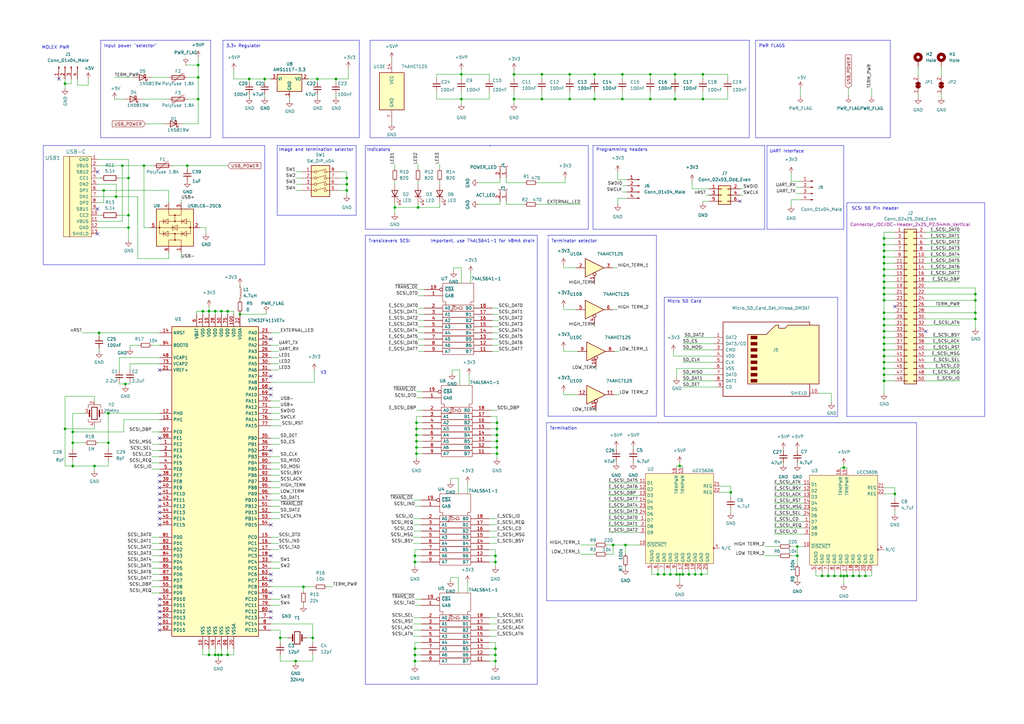
<source format=kicad_sch>
(kicad_sch
	(version 20231120)
	(generator "eeschema")
	(generator_version "8.0")
	(uuid "c4d97e29-4300-4520-9366-edbdee93f48a")
	(paper "A3")
	(title_block
		(title "BlackSASI")
		(date "2022-03-20")
		(rev "1.00")
		(company "SweProj.com")
	)
	
	(junction
		(at 243.84 40.64)
		(diameter 0)
		(color 0 0 0 0)
		(uuid "001f7033-df35-4373-8892-f5fe288a577b")
	)
	(junction
		(at 256.54 223.52)
		(diameter 0)
		(color 0 0 0 0)
		(uuid "00e1b5df-fa73-41ee-9f86-36bcd930675a")
	)
	(junction
		(at 170.18 271.145)
		(diameter 0)
		(color 0 0 0 0)
		(uuid "03e94c59-5042-4399-ab30-7231129af02e")
	)
	(junction
		(at 50.165 67.945)
		(diameter 0)
		(color 0 0 0 0)
		(uuid "187feb91-784a-4b10-9988-0312cb47e7cb")
	)
	(junction
		(at 40.64 136.525)
		(diameter 0)
		(color 0 0 0 0)
		(uuid "19e6b6fe-d437-445e-b92f-996aa4197b3f")
	)
	(junction
		(at 400.05 128.27)
		(diameter 0)
		(color 0 0 0 0)
		(uuid "1b5d7dc9-5cfd-464e-b180-00317aa95f69")
	)
	(junction
		(at 203.835 180.975)
		(diameter 0)
		(color 0 0 0 0)
		(uuid "1c4844f2-ca26-4b6a-acce-3d1920bb0e72")
	)
	(junction
		(at 362.585 100.33)
		(diameter 0)
		(color 0 0 0 0)
		(uuid "1c69dee1-ed36-4504-987d-9fd81232ae4b")
	)
	(junction
		(at 38.735 191.135)
		(diameter 0)
		(color 0 0 0 0)
		(uuid "20eba151-a9b0-47d5-b959-86ab23c14c41")
	)
	(junction
		(at 362.585 148.59)
		(diameter 0)
		(color 0 0 0 0)
		(uuid "2d0de9fb-d263-40a3-a4b8-534699f8dc00")
	)
	(junction
		(at 170.18 268.605)
		(diameter 0)
		(color 0 0 0 0)
		(uuid "2d969b0a-6800-41e3-9f8e-e411603c9b39")
	)
	(junction
		(at 278.765 235.585)
		(diameter 0)
		(color 0 0 0 0)
		(uuid "2da975d4-e343-4a15-b306-b792e8ef0bc5")
	)
	(junction
		(at 400.05 123.19)
		(diameter 0)
		(color 0 0 0 0)
		(uuid "2e56912e-16d0-4e5f-87ba-0f703dfaa920")
	)
	(junction
		(at 288.29 30.48)
		(diameter 0)
		(color 0 0 0 0)
		(uuid "2e5858a1-1c8b-439c-a8bf-7337dab74d4c")
	)
	(junction
		(at 83.185 127.635)
		(diameter 0)
		(color 0 0 0 0)
		(uuid "2f8e7466-929f-4db2-a6d9-9b9bcfa49a4b")
	)
	(junction
		(at 203.835 178.435)
		(diameter 0)
		(color 0 0 0 0)
		(uuid "308a1136-f747-4aba-95ac-176109f144ad")
	)
	(junction
		(at 362.585 135.89)
		(diameter 0)
		(color 0 0 0 0)
		(uuid "31545c31-1411-4502-a4bd-72118e527e5d")
	)
	(junction
		(at 26.67 34.29)
		(diameter 0)
		(color 0 0 0 0)
		(uuid "32c6b611-a1f1-4ef6-b715-dc84841a662e")
	)
	(junction
		(at 88.265 268.605)
		(diameter 0)
		(color 0 0 0 0)
		(uuid "3548ff4d-f8a5-4204-9fb0-d451a98bab1f")
	)
	(junction
		(at 362.585 133.35)
		(diameter 0)
		(color 0 0 0 0)
		(uuid "36e8430f-296c-401d-840d-d587ff561db5")
	)
	(junction
		(at 362.585 128.27)
		(diameter 0)
		(color 0 0 0 0)
		(uuid "38d9d508-28f7-4f62-a362-c4d1b141a768")
	)
	(junction
		(at 114.935 261.62)
		(diameter 0)
		(color 0 0 0 0)
		(uuid "3bf04610-7106-46c5-a128-70d07dd26e16")
	)
	(junction
		(at 362.585 151.13)
		(diameter 0)
		(color 0 0 0 0)
		(uuid "3e5d48f5-435e-42d1-ab23-e56f92a77133")
	)
	(junction
		(at 222.25 40.64)
		(diameter 0)
		(color 0 0 0 0)
		(uuid "40853290-56f0-4511-9992-f63a853aece2")
	)
	(junction
		(at 255.27 40.64)
		(diameter 0)
		(color 0 0 0 0)
		(uuid "409cba5a-1b66-4682-831c-d780a98ad593")
	)
	(junction
		(at 203.2 230.505)
		(diameter 0)
		(color 0 0 0 0)
		(uuid "42c167fb-869d-48dd-b05f-b577934378a4")
	)
	(junction
		(at 354.965 236.22)
		(diameter 0)
		(color 0 0 0 0)
		(uuid "44ff3cc5-6fd5-4ae2-b093-8209d0992af8")
	)
	(junction
		(at 362.585 143.51)
		(diameter 0)
		(color 0 0 0 0)
		(uuid "45708189-6cf6-4828-a1a1-fe879b822edb")
	)
	(junction
		(at 161.925 85.09)
		(diameter 0)
		(color 0 0 0 0)
		(uuid "477d7677-9d1e-4a5b-8190-a872bb7fdf4f")
	)
	(junction
		(at 342.265 236.22)
		(diameter 0)
		(color 0 0 0 0)
		(uuid "47ecdfbb-3190-4908-a143-6fd72a71136a")
	)
	(junction
		(at 233.68 30.48)
		(diameter 0)
		(color 0 0 0 0)
		(uuid "4fb208b4-38ed-4b49-b658-e5e79ff8124c")
	)
	(junction
		(at 170.815 183.515)
		(diameter 0)
		(color 0 0 0 0)
		(uuid "52ceff6b-623f-4549-b5ee-93e84cd99982")
	)
	(junction
		(at 278.765 191.135)
		(diameter 0)
		(color 0 0 0 0)
		(uuid "53570ddf-5ce6-4769-b8ec-534b730d8447")
	)
	(junction
		(at 347.345 236.22)
		(diameter 0)
		(color 0 0 0 0)
		(uuid "55c467d0-300f-4b0a-8508-ef948cd2b9ae")
	)
	(junction
		(at 362.585 123.19)
		(diameter 0)
		(color 0 0 0 0)
		(uuid "5639c275-fdd6-456c-b900-9ae20aa01a2c")
	)
	(junction
		(at 203.2 266.065)
		(diameter 0)
		(color 0 0 0 0)
		(uuid "566774ee-88e3-4a6f-8b35-70a904dbb055")
	)
	(junction
		(at 170.18 227.965)
		(diameter 0)
		(color 0 0 0 0)
		(uuid "5a1ac72e-c554-49ef-90cb-127e03620b7b")
	)
	(junction
		(at 44.45 169.545)
		(diameter 0)
		(color 0 0 0 0)
		(uuid "5d108873-1f71-4242-afd4-2ca74761375d")
	)
	(junction
		(at 52.705 73.025)
		(diameter 0)
		(color 0 0 0 0)
		(uuid "5dcae560-31e9-42b5-a382-de7f205c5e73")
	)
	(junction
		(at 243.84 30.48)
		(diameter 0)
		(color 0 0 0 0)
		(uuid "5ed6ec94-a7d8-4815-b83a-48b981f3fad4")
	)
	(junction
		(at 29.845 177.165)
		(diameter 0)
		(color 0 0 0 0)
		(uuid "6095e6c3-33af-45b7-8c60-a9823a4fc171")
	)
	(junction
		(at 130.175 32.385)
		(diameter 0)
		(color 0 0 0 0)
		(uuid "61f500ac-4797-4177-8b2e-a54a84120620")
	)
	(junction
		(at 44.45 181.61)
		(diameter 0)
		(color 0 0 0 0)
		(uuid "685c0694-c48c-409f-b9e1-da2e29cb1d94")
	)
	(junction
		(at 327.025 227.965)
		(diameter 0)
		(color 0 0 0 0)
		(uuid "6a5c5248-043e-40e2-9f4b-4e962e41e0dd")
	)
	(junction
		(at 52.705 93.345)
		(diameter 0)
		(color 0 0 0 0)
		(uuid "6affca1b-7214-425b-8e68-3f73d95908fc")
	)
	(junction
		(at 400.05 120.65)
		(diameter 0)
		(color 0 0 0 0)
		(uuid "6dc5c987-e66b-420e-8b13-a723c76a94b2")
	)
	(junction
		(at 85.725 127.635)
		(diameter 0)
		(color 0 0 0 0)
		(uuid "6dd42b34-ed05-4bd4-950a-05c7eefc567f")
	)
	(junction
		(at 362.585 146.05)
		(diameter 0)
		(color 0 0 0 0)
		(uuid "720717f4-339a-4150-b330-09fd40bb07fc")
	)
	(junction
		(at 108.585 32.385)
		(diameter 0)
		(color 0 0 0 0)
		(uuid "7257f7a3-8ece-4e27-a43c-b850f979b198")
	)
	(junction
		(at 255.27 30.48)
		(diameter 0)
		(color 0 0 0 0)
		(uuid "7300131c-ba3e-45bb-9aee-7ea5e6e38c74")
	)
	(junction
		(at 327.025 224.155)
		(diameter 0)
		(color 0 0 0 0)
		(uuid "76541732-d722-4f3b-8d25-a0fc2c05203f")
	)
	(junction
		(at 362.585 113.03)
		(diameter 0)
		(color 0 0 0 0)
		(uuid "76a8edde-eadd-410b-aeb4-7991cba5a237")
	)
	(junction
		(at 299.72 201.93)
		(diameter 0)
		(color 0 0 0 0)
		(uuid "76fa555d-328d-459a-a37a-951d50f91cdb")
	)
	(junction
		(at 346.075 191.77)
		(diameter 0)
		(color 0 0 0 0)
		(uuid "77807873-8299-4424-afd6-5ef0b37cb335")
	)
	(junction
		(at 203.835 175.895)
		(diameter 0)
		(color 0 0 0 0)
		(uuid "7796c738-9ffd-4552-b67d-92c4affa2dde")
	)
	(junction
		(at 189.23 40.64)
		(diameter 0)
		(color 0 0 0 0)
		(uuid "783bf3c5-f812-4647-bd92-bb58af54ab52")
	)
	(junction
		(at 203.2 271.145)
		(diameter 0)
		(color 0 0 0 0)
		(uuid "79f66b80-628c-4a8e-8d7c-a923b866cdc7")
	)
	(junction
		(at 203.835 186.055)
		(diameter 0)
		(color 0 0 0 0)
		(uuid "7a42237b-a99f-460e-b663-9f6b4afedf90")
	)
	(junction
		(at 88.265 127.635)
		(diameter 0)
		(color 0 0 0 0)
		(uuid "7cc0e3fe-7a5e-497a-80ea-fcb86e6d12e2")
	)
	(junction
		(at 269.875 235.585)
		(diameter 0)
		(color 0 0 0 0)
		(uuid "80747ba7-af56-4bf3-be02-816ec45776f7")
	)
	(junction
		(at 189.23 30.48)
		(diameter 0)
		(color 0 0 0 0)
		(uuid "81fa19ab-01af-43e7-9ba0-2b5dc6cc058b")
	)
	(junction
		(at 274.955 235.585)
		(diameter 0)
		(color 0 0 0 0)
		(uuid "82989534-95a7-4706-b132-1e04606a8d8d")
	)
	(junction
		(at 362.585 115.57)
		(diameter 0)
		(color 0 0 0 0)
		(uuid "82b4abd0-6051-4ea0-a591-f949e19388d1")
	)
	(junction
		(at 85.725 268.605)
		(diameter 0)
		(color 0 0 0 0)
		(uuid "872d8c1c-5eba-4462-81a9-1d7a34a9eabe")
	)
	(junction
		(at 282.575 235.585)
		(diameter 0)
		(color 0 0 0 0)
		(uuid "883c6da6-7640-4314-ac13-5d9d3f25a282")
	)
	(junction
		(at 362.585 138.43)
		(diameter 0)
		(color 0 0 0 0)
		(uuid "886cdf94-08ba-4e1f-8da0-d95b9f653a8b")
	)
	(junction
		(at 362.585 140.97)
		(diameter 0)
		(color 0 0 0 0)
		(uuid "8987f8b8-e9a9-4cde-8fe5-e3fab146b2a6")
	)
	(junction
		(at 203.2 227.965)
		(diameter 0)
		(color 0 0 0 0)
		(uuid "8f399f50-80e4-4de8-a083-f04a1de7a253")
	)
	(junction
		(at 362.585 156.21)
		(diameter 0)
		(color 0 0 0 0)
		(uuid "8fc84969-be80-474c-a0d4-707c4c0cc724")
	)
	(junction
		(at 170.815 178.435)
		(diameter 0)
		(color 0 0 0 0)
		(uuid "93140cc1-f8ed-44ae-80ac-85241b3056df")
	)
	(junction
		(at 203.835 173.355)
		(diameter 0)
		(color 0 0 0 0)
		(uuid "9320d367-a283-4bce-8ba2-4391ad23aee7")
	)
	(junction
		(at 90.805 127.635)
		(diameter 0)
		(color 0 0 0 0)
		(uuid "949a8cd3-b170-41cd-9cc9-981f7a74a1d7")
	)
	(junction
		(at 367.03 202.565)
		(diameter 0)
		(color 0 0 0 0)
		(uuid "95a65168-9b0e-449f-b805-e3f225b938f0")
	)
	(junction
		(at 170.815 180.975)
		(diameter 0)
		(color 0 0 0 0)
		(uuid "9827434f-26a1-4aae-b779-e35915e6cb26")
	)
	(junction
		(at 124.46 240.665)
		(diameter 0)
		(color 0 0 0 0)
		(uuid "9832eb3e-8666-42b0-969a-0e76174e1989")
	)
	(junction
		(at 251.46 223.52)
		(diameter 0)
		(color 0 0 0 0)
		(uuid "98384c9f-d77c-4eb3-a7cf-f76e356a62d1")
	)
	(junction
		(at 277.495 235.585)
		(diameter 0)
		(color 0 0 0 0)
		(uuid "9ae2b1c7-d458-4066-b406-094eaf23b2ba")
	)
	(junction
		(at 362.585 105.41)
		(diameter 0)
		(color 0 0 0 0)
		(uuid "9f9bd548-777a-406d-8c65-9efee286b26c")
	)
	(junction
		(at 362.585 118.11)
		(diameter 0)
		(color 0 0 0 0)
		(uuid "a0975632-1b21-4b38-81f8-f1f2680f6fed")
	)
	(junction
		(at 89.535 268.605)
		(diameter 0)
		(color 0 0 0 0)
		(uuid "a8d71f45-0110-4b7a-b05e-0e16aadcabe6")
	)
	(junction
		(at 171.45 85.09)
		(diameter 0)
		(color 0 0 0 0)
		(uuid "abe8d828-e71c-46db-8605-768c57f8434f")
	)
	(junction
		(at 170.815 175.895)
		(diameter 0)
		(color 0 0 0 0)
		(uuid "af5a5ea0-12bc-45c6-964a-cd8d4200a9ca")
	)
	(junction
		(at 52.705 88.265)
		(diameter 0)
		(color 0 0 0 0)
		(uuid "af68c406-ceec-4ea4-812b-5cfaaffe59c6")
	)
	(junction
		(at 222.25 30.48)
		(diameter 0)
		(color 0 0 0 0)
		(uuid "b2521a1c-58d0-42a0-be5f-34984a560bd8")
	)
	(junction
		(at 400.05 130.81)
		(diameter 0)
		(color 0 0 0 0)
		(uuid "b278c6f4-5009-48d4-af08-74b28d07711f")
	)
	(junction
		(at 346.075 236.22)
		(diameter 0)
		(color 0 0 0 0)
		(uuid "b46b45e2-2ffd-479d-833b-0014719ddddb")
	)
	(junction
		(at 98.425 128.905)
		(diameter 0)
		(color 0 0 0 0)
		(uuid "b470a752-9dc2-4e2c-9892-c498aa40f59a")
	)
	(junction
		(at 42.545 78.105)
		(diameter 0)
		(color 0 0 0 0)
		(uuid "b5921d30-5395-47c8-b627-9dfb0b5627e3")
	)
	(junction
		(at 362.585 153.67)
		(diameter 0)
		(color 0 0 0 0)
		(uuid "b74e1229-693d-4376-98c6-46772cb16ac8")
	)
	(junction
		(at 362.585 110.49)
		(diameter 0)
		(color 0 0 0 0)
		(uuid "b7d6fe90-98b9-4699-8c47-5d01b930d65a")
	)
	(junction
		(at 362.585 107.95)
		(diameter 0)
		(color 0 0 0 0)
		(uuid "b7eb0e3a-bbfc-4294-8595-dde8ca6c0ca7")
	)
	(junction
		(at 344.805 236.22)
		(diameter 0)
		(color 0 0 0 0)
		(uuid "b8ba7538-0161-4a13-9463-3fb7fd930071")
	)
	(junction
		(at 210.82 30.48)
		(diameter 0)
		(color 0 0 0 0)
		(uuid "b928da43-5e3b-4e65-815c-70d433e56206")
	)
	(junction
		(at 170.18 230.505)
		(diameter 0)
		(color 0 0 0 0)
		(uuid "bafaf2e8-96b9-41c0-bed7-5111cec0d59f")
	)
	(junction
		(at 142.24 75.565)
		(diameter 0)
		(color 0 0 0 0)
		(uuid "bbb96b4d-2a93-4d46-8ecc-3ac6ccbd5148")
	)
	(junction
		(at 137.795 32.385)
		(diameter 0)
		(color 0 0 0 0)
		(uuid "bc3c9b71-1bb4-4105-bfd1-8a24188957d5")
	)
	(junction
		(at 276.86 30.48)
		(diameter 0)
		(color 0 0 0 0)
		(uuid "be02b28d-7f7d-4178-8ba2-ba5bdc81e5dc")
	)
	(junction
		(at 233.68 40.64)
		(diameter 0)
		(color 0 0 0 0)
		(uuid "be3b6551-80db-4baf-9fa3-8b231e1eef52")
	)
	(junction
		(at 90.805 268.605)
		(diameter 0)
		(color 0 0 0 0)
		(uuid "bf2be611-c3fa-4e3b-ad38-8a93bdc82023")
	)
	(junction
		(at 170.815 173.355)
		(diameter 0)
		(color 0 0 0 0)
		(uuid "c2755ea2-6ca6-485a-bcfc-f0e3f079e5f7")
	)
	(junction
		(at 362.585 130.81)
		(diameter 0)
		(color 0 0 0 0)
		(uuid "c2d7b71c-39f0-4beb-9225-8f0b5672e878")
	)
	(junction
		(at 81.28 40.64)
		(diameter 0)
		(color 0 0 0 0)
		(uuid "c5282137-515e-4266-84de-39add2ddec0e")
	)
	(junction
		(at 362.585 102.87)
		(diameter 0)
		(color 0 0 0 0)
		(uuid "c5390552-39ea-4a79-8d9a-cd6028d15183")
	)
	(junction
		(at 29.845 191.135)
		(diameter 0)
		(color 0 0 0 0)
		(uuid "c6468651-dd30-4e9f-8cfe-44958b9b778c")
	)
	(junction
		(at 349.885 236.22)
		(diameter 0)
		(color 0 0 0 0)
		(uuid "c74adcf2-e6d8-4d58-9270-da508bcce569")
	)
	(junction
		(at 272.415 235.585)
		(diameter 0)
		(color 0 0 0 0)
		(uuid "d137c24a-659b-47e6-afb0-939c3e934de4")
	)
	(junction
		(at 170.815 186.055)
		(diameter 0)
		(color 0 0 0 0)
		(uuid "d50f0759-e6e2-4af9-ae68-718305af4c72")
	)
	(junction
		(at 362.585 120.65)
		(diameter 0)
		(color 0 0 0 0)
		(uuid "d5a92d89-aa92-4096-a176-707b299f359c")
	)
	(junction
		(at 26.67 175.895)
		(diameter 0)
		(color 0 0 0 0)
		(uuid "d6371195-a98c-4851-98f2-131ee8feffde")
	)
	(junction
		(at 210.82 40.64)
		(diameter 0)
		(color 0 0 0 0)
		(uuid "da6316c0-e699-4e23-b0e4-b1d5eba3a4e2")
	)
	(junction
		(at 203.835 183.515)
		(diameter 0)
		(color 0 0 0 0)
		(uuid "db8bec98-e454-459b-bf3b-aa9c2b706999")
	)
	(junction
		(at 339.725 236.22)
		(diameter 0)
		(color 0 0 0 0)
		(uuid "dc2ca78e-43c1-4511-9ca9-52382244f319")
	)
	(junction
		(at 352.425 236.22)
		(diameter 0)
		(color 0 0 0 0)
		(uuid "dc7f3e1f-74f6-42fd-9aae-31b76536bf41")
	)
	(junction
		(at 337.185 236.22)
		(diameter 0)
		(color 0 0 0 0)
		(uuid "dd1a0c60-7f5f-4f67-a445-52f3400aee38")
	)
	(junction
		(at 47.625 80.645)
		(diameter 0)
		(color 0 0 0 0)
		(uuid "ddce59da-a6c2-42cd-95c6-6052c7a421dc")
	)
	(junction
		(at 29.845 181.61)
		(diameter 0)
		(color 0 0 0 0)
		(uuid "de60ff0e-71ab-4d6b-a0b2-5e0037edff59")
	)
	(junction
		(at 102.235 32.385)
		(diameter 0)
		(color 0 0 0 0)
		(uuid "de74d78d-f7bb-4720-9397-f8948e2f5bd7")
	)
	(junction
		(at 276.86 40.64)
		(diameter 0)
		(color 0 0 0 0)
		(uuid "dfc49f43-995a-407e-a46d-fbec24f61e8d")
	)
	(junction
		(at 76.835 67.945)
		(diameter 0)
		(color 0 0 0 0)
		(uuid "e07d866e-06c2-4e8b-8de1-f7d61b91b336")
	)
	(junction
		(at 51.435 157.48)
		(diameter 0)
		(color 0 0 0 0)
		(uuid "e18270aa-8d4b-43f6-8f7f-0ea1ffdcd0ac")
	)
	(junction
		(at 59.055 67.945)
		(diameter 0)
		(color 0 0 0 0)
		(uuid "e5e87b25-f171-4256-9eb7-c35f51c8b665")
	)
	(junction
		(at 121.285 271.145)
		(diameter 0)
		(color 0 0 0 0)
		(uuid "e759a7fe-da07-4c9a-ab45-c05b98f6bd19")
	)
	(junction
		(at 288.29 40.64)
		(diameter 0)
		(color 0 0 0 0)
		(uuid "e8ba5849-749d-4e0a-968c-fd80f9b36113")
	)
	(junction
		(at 142.24 73.025)
		(diameter 0)
		(color 0 0 0 0)
		(uuid "ebaf0258-8844-46c1-b9fa-e2bdc09ba718")
	)
	(junction
		(at 142.24 78.105)
		(diameter 0)
		(color 0 0 0 0)
		(uuid "ee7ac5bf-e3f9-438b-a11e-7e33a9325406")
	)
	(junction
		(at 81.28 26.67)
		(diameter 0)
		(color 0 0 0 0)
		(uuid "f0660155-3837-4c65-ae15-6eb7a56dae44")
	)
	(junction
		(at 93.345 268.605)
		(diameter 0)
		(color 0 0 0 0)
		(uuid "f507d3d0-7b83-4dcf-bbd6-1eafa1641982")
	)
	(junction
		(at 93.345 127.635)
		(diameter 0)
		(color 0 0 0 0)
		(uuid "f70e3f3f-dfc5-4fa0-b7dc-90a4bee7b70d")
	)
	(junction
		(at 266.7 40.64)
		(diameter 0)
		(color 0 0 0 0)
		(uuid "f76c8050-2707-476f-b36e-6a0cd6119e1c")
	)
	(junction
		(at 266.7 30.48)
		(diameter 0)
		(color 0 0 0 0)
		(uuid "f7fa3149-429f-4628-a90d-d54d4e1cdd50")
	)
	(junction
		(at 170.18 266.065)
		(diameter 0)
		(color 0 0 0 0)
		(uuid "f856a9ed-06f6-406c-a051-6a6dc5fd3706")
	)
	(junction
		(at 362.585 97.79)
		(diameter 0)
		(color 0 0 0 0)
		(uuid "f94d7499-7294-47e8-9a6e-afebf2e0d1a1")
	)
	(junction
		(at 81.28 31.75)
		(diameter 0)
		(color 0 0 0 0)
		(uuid "fb348661-8622-4f74-b5c5-e07db16a2735")
	)
	(junction
		(at 287.655 235.585)
		(diameter 0)
		(color 0 0 0 0)
		(uuid "fc8d5d90-a72d-4cf6-9b25-dc3096aefc32")
	)
	(junction
		(at 280.035 235.585)
		(diameter 0)
		(color 0 0 0 0)
		(uuid "fcee0107-d1b5-4cef-805c-cbbeb367fedd")
	)
	(junction
		(at 128.27 261.62)
		(diameter 0)
		(color 0 0 0 0)
		(uuid "fd50ec7e-592f-4ebf-96df-67edd5fc448b")
	)
	(junction
		(at 203.2 268.605)
		(diameter 0)
		(color 0 0 0 0)
		(uuid "fd8619d7-bc15-47ac-aa39-1afd18fa21d9")
	)
	(junction
		(at 285.115 235.585)
		(diameter 0)
		(color 0 0 0 0)
		(uuid "fe40b140-71be-4894-a6e3-2e3333f7a818")
	)
	(no_connect
		(at 111.125 253.365)
		(uuid "08a02abf-06df-42af-aa34-ba13d2dea005")
	)
	(no_connect
		(at 111.125 238.125)
		(uuid "0a43c551-dbfe-43ff-a241-076a8ca91cef")
	)
	(no_connect
		(at 111.125 227.965)
		(uuid "0a62cbae-1c9f-48cd-8d93-d9df88b13243")
	)
	(no_connect
		(at 65.405 253.365)
		(uuid "0e546bcc-9681-4691-9c72-4496bc622d67")
	)
	(no_connect
		(at 303.53 82.55)
		(uuid "0ff232e9-6aba-4c6d-a5f6-0b3d26257d35")
	)
	(no_connect
		(at 65.405 151.765)
		(uuid "1dc37920-78ce-42dc-b8b2-d3c90b811d84")
	)
	(no_connect
		(at 65.405 205.105)
		(uuid "2bfc3999-ae73-47fc-aff0-72f4d50d19e8")
	)
	(no_connect
		(at 65.405 255.905)
		(uuid "422ce139-0e0e-40b1-b064-2ca2d20ff386")
	)
	(no_connect
		(at 111.125 154.305)
		(uuid "580b2978-8940-4f63-a13e-248d6928a0d9")
	)
	(no_connect
		(at 65.405 250.825)
		(uuid "5e102930-72dd-435b-a54c-86fb25971139")
	)
	(no_connect
		(at 111.125 215.265)
		(uuid "62fa40df-6d7a-4e42-865c-d096f7c82f70")
	)
	(no_connect
		(at 111.125 243.205)
		(uuid "6c4cc4a1-08f5-4b5b-a135-7bf713b104d8")
	)
	(no_connect
		(at 65.405 194.945)
		(uuid "6d5f86fa-3f67-4c51-9cb1-d497c3f206cb")
	)
	(no_connect
		(at 111.125 250.825)
		(uuid "6d9f6563-b395-49b4-90ea-ded5f84aeba3")
	)
	(no_connect
		(at 65.405 215.265)
		(uuid "6e3a2635-1003-4575-bf5e-8caf80c668c0")
	)
	(no_connect
		(at 40.005 70.485)
		(uuid "79ef4bc5-551e-4449-8656-30000c51237b")
	)
	(no_connect
		(at 111.125 235.585)
		(uuid "7dbb3959-ac86-4aa8-b7c5-c52b9d14f614")
	)
	(no_connect
		(at 379.73 135.89)
		(uuid "8587fdad-ef15-4da2-87f0-0ca0c2a896d7")
	)
	(no_connect
		(at 65.405 200.025)
		(uuid "86f8149d-10e3-4723-98b8-5f7829f6b611")
	)
	(no_connect
		(at 65.405 197.485)
		(uuid "987647d8-d104-4d42-a0af-8c44a350066c")
	)
	(no_connect
		(at 65.405 245.745)
		(uuid "992557e4-e8ca-4faf-89e3-c4933f7e724b")
	)
	(no_connect
		(at 111.125 184.785)
		(uuid "a32010b5-ad76-441e-91c4-e41e9f21be41")
	)
	(no_connect
		(at 65.405 248.285)
		(uuid "ac8c8244-b4ca-45d6-96c4-38d707f1b6fc")
	)
	(no_connect
		(at 111.125 159.385)
		(uuid "b2c1399b-afc9-4226-975a-d8ebf5e268a3")
	)
	(no_connect
		(at 65.405 258.445)
		(uuid "b35e5c7e-3a34-4064-bf81-a931bdbda3ad")
	)
	(no_connect
		(at 111.125 161.925)
		(uuid "bedd5cce-9524-40aa-b156-aa5a5a468593")
	)
	(no_connect
		(at 40.005 95.885)
		(uuid "bfdc7b86-ec99-40af-b64f-9e678ee1ad49")
	)
	(no_connect
		(at 65.405 202.565)
		(uuid "cd81ab56-7d10-484d-ab07-8a09229721ab")
	)
	(no_connect
		(at 40.005 85.725)
		(uuid "d1f49220-ee68-4d6c-8e05-d5dcdde26e38")
	)
	(no_connect
		(at 111.125 139.065)
		(uuid "d2f3a464-7d16-4235-a981-b294fc1f7ce3")
	)
	(no_connect
		(at 65.405 207.645)
		(uuid "d9c5c2a6-a368-4964-9f44-eee473480b9f")
	)
	(no_connect
		(at 367.03 125.73)
		(uuid "da8ee858-3d50-4ee8-899b-82c917ea595a")
	)
	(no_connect
		(at 65.405 210.185)
		(uuid "e0ddde18-63e4-4b29-b598-2031eabae133")
	)
	(no_connect
		(at 65.405 212.725)
		(uuid "ebb117fc-7e72-48fb-bc46-e141a27228fa")
	)
	(no_connect
		(at 24.13 32.385)
		(uuid "ec9fb9d6-f906-48e6-887e-78edb3140908")
	)
	(no_connect
		(at 65.405 179.705)
		(uuid "f356a60e-7a8d-4e45-a402-0850260ff0ee")
	)
	(wire
		(pts
			(xy 179.07 30.48) (xy 179.07 32.385)
		)
		(stroke
			(width 0)
			(type default)
		)
		(uuid "00e2af4c-6709-4814-9145-95f68d8adb52")
	)
	(wire
		(pts
			(xy 362.585 105.41) (xy 367.03 105.41)
		)
		(stroke
			(width 0)
			(type default)
		)
		(uuid "017653c0-bf30-4619-99dc-ad384eeb6a59")
	)
	(wire
		(pts
			(xy 233.68 30.48) (xy 233.68 32.385)
		)
		(stroke
			(width 0)
			(type default)
		)
		(uuid "018e76a5-2210-4e35-823f-18adc23432df")
	)
	(wire
		(pts
			(xy 267.335 233.68) (xy 267.335 235.585)
		)
		(stroke
			(width 0)
			(type default)
		)
		(uuid "01f7c357-ae1d-491b-9879-e29c71a3436f")
	)
	(wire
		(pts
			(xy 362.585 146.05) (xy 362.585 148.59)
		)
		(stroke
			(width 0)
			(type default)
		)
		(uuid "02372aac-f316-4ef1-9197-7eea48c6d465")
	)
	(wire
		(pts
			(xy 111.125 220.345) (xy 114.3 220.345)
		)
		(stroke
			(width 0)
			(type default)
		)
		(uuid "02ceac0d-3e9e-416e-a05c-6cdef38dfa23")
	)
	(polyline
		(pts
			(xy 224.155 246.38) (xy 224.155 173.355)
		)
		(stroke
			(width 0)
			(type default)
		)
		(uuid "02d24662-781b-4552-b6fa-f43b24b94702")
	)
	(wire
		(pts
			(xy 362.585 102.87) (xy 362.585 105.41)
		)
		(stroke
			(width 0)
			(type default)
		)
		(uuid "03a6e710-e978-4cd1-8bad-d74c0acbe0ba")
	)
	(wire
		(pts
			(xy 53.34 142.875) (xy 53.34 141.605)
		)
		(stroke
			(width 0)
			(type default)
		)
		(uuid "03d3d650-4f6a-4100-be49-7b3e4ecd19d6")
	)
	(wire
		(pts
			(xy 89.535 268.605) (xy 90.805 268.605)
		)
		(stroke
			(width 0)
			(type default)
		)
		(uuid "04030806-f1e1-4149-ad4f-95873c6a667e")
	)
	(wire
		(pts
			(xy 362.585 146.05) (xy 367.03 146.05)
		)
		(stroke
			(width 0)
			(type default)
		)
		(uuid "0415dd77-d192-4b0c-acf7-68821ac4a3ef")
	)
	(wire
		(pts
			(xy 44.45 189.23) (xy 44.45 191.135)
		)
		(stroke
			(width 0)
			(type default)
		)
		(uuid "04dab952-2201-457e-8937-b2ce027e0d16")
	)
	(wire
		(pts
			(xy 249.555 215.9) (xy 262.255 215.9)
		)
		(stroke
			(width 0)
			(type default)
		)
		(uuid "04f3d18e-1693-4d01-a603-2f91c3f117ae")
	)
	(polyline
		(pts
			(xy 17.78 59.69) (xy 17.78 108.585)
		)
		(stroke
			(width 0)
			(type default)
		)
		(uuid "05bbac58-7c7c-4730-b685-2c654788eea4")
	)
	(wire
		(pts
			(xy 128.27 271.145) (xy 128.27 268.605)
		)
		(stroke
			(width 0)
			(type default)
		)
		(uuid "06082504-9577-44b1-9135-4a14f417ed63")
	)
	(wire
		(pts
			(xy 203.835 170.815) (xy 203.835 173.355)
		)
		(stroke
			(width 0)
			(type default)
		)
		(uuid "062e487c-34fd-427d-b762-3e27013564dd")
	)
	(wire
		(pts
			(xy 249.555 198.12) (xy 262.255 198.12)
		)
		(stroke
			(width 0)
			(type default)
		)
		(uuid "0643e8bb-397e-4cf2-9760-e466f8ed5e6f")
	)
	(wire
		(pts
			(xy 111.125 141.605) (xy 114.3 141.605)
		)
		(stroke
			(width 0)
			(type default)
		)
		(uuid "06afcd14-9829-4976-9807-b8f8e2fd0bd6")
	)
	(wire
		(pts
			(xy 46.99 40.64) (xy 50.8 40.64)
		)
		(stroke
			(width 0)
			(type default)
		)
		(uuid "080cf07c-3ae2-4839-88ac-7180e2d29ed4")
	)
	(polyline
		(pts
			(xy 86.36 16.51) (xy 86.36 56.515)
		)
		(stroke
			(width 0)
			(type default)
		)
		(uuid "085afd9a-ec75-457b-be29-980c9da43d8d")
	)
	(wire
		(pts
			(xy 52.705 65.405) (xy 52.705 73.025)
		)
		(stroke
			(width 0)
			(type default)
		)
		(uuid "08a7d256-20bb-4f6a-97ee-f64eb7fa4677")
	)
	(wire
		(pts
			(xy 111.125 248.285) (xy 114.935 248.285)
		)
		(stroke
			(width 0)
			(type default)
		)
		(uuid "09072105-8913-48c7-9adc-3996bfa91f69")
	)
	(wire
		(pts
			(xy 170.18 230.505) (xy 172.72 230.505)
		)
		(stroke
			(width 0)
			(type default)
		)
		(uuid "092456b3-1805-430f-aedd-ea98e5a49285")
	)
	(wire
		(pts
			(xy 367.03 202.565) (xy 367.03 204.47)
		)
		(stroke
			(width 0)
			(type default)
		)
		(uuid "093c1953-e17e-472e-b31d-18568b33569c")
	)
	(wire
		(pts
			(xy 65.405 225.425) (xy 62.23 225.425)
		)
		(stroke
			(width 0)
			(type default)
		)
		(uuid "094da4f3-b6e5-41c9-a7d2-9270796c3003")
	)
	(wire
		(pts
			(xy 65.405 177.165) (xy 62.23 177.165)
		)
		(stroke
			(width 0)
			(type default)
		)
		(uuid "098288de-513d-4718-875d-b2a2cd0fc903")
	)
	(wire
		(pts
			(xy 203.835 186.055) (xy 203.835 187.96)
		)
		(stroke
			(width 0)
			(type default)
		)
		(uuid "09df4ef8-a32a-4aa5-bdb3-07858551254a")
	)
	(wire
		(pts
			(xy 244.475 168.275) (xy 244.475 168.91)
		)
		(stroke
			(width 0)
			(type default)
		)
		(uuid "0a1ec4c8-d18d-4593-8c74-6f3423cf5a6d")
	)
	(wire
		(pts
			(xy 201.93 128.905) (xy 204.47 128.905)
		)
		(stroke
			(width 0)
			(type default)
		)
		(uuid "0b161b11-5ceb-446f-91dc-36e19587dbcd")
	)
	(wire
		(pts
			(xy 170.18 207.645) (xy 172.72 207.645)
		)
		(stroke
			(width 0)
			(type default)
		)
		(uuid "0ba08930-b3e6-429d-bfd6-fb77c9139c12")
	)
	(wire
		(pts
			(xy 111.125 194.945) (xy 114.935 194.945)
		)
		(stroke
			(width 0)
			(type default)
		)
		(uuid "0bec1e8e-0e2c-4974-9ead-912fcf9fac98")
	)
	(wire
		(pts
			(xy 170.815 180.975) (xy 170.815 183.515)
		)
		(stroke
			(width 0)
			(type default)
		)
		(uuid "0c2efa81-b310-4c00-b7fe-f9d5d8ff8059")
	)
	(wire
		(pts
			(xy 321.31 189.865) (xy 321.31 190.5)
		)
		(stroke
			(width 0)
			(type default)
		)
		(uuid "0c49916e-5aab-4342-94ce-563438e7f35a")
	)
	(wire
		(pts
			(xy 62.23 240.665) (xy 65.405 240.665)
		)
		(stroke
			(width 0)
			(type default)
		)
		(uuid "0c6ddf4e-a774-4759-87c5-16aae7528735")
	)
	(wire
		(pts
			(xy 362.585 95.25) (xy 367.03 95.25)
		)
		(stroke
			(width 0)
			(type default)
		)
		(uuid "0d124c86-01ee-47c9-aa2b-f7b4d9ee87bc")
	)
	(wire
		(pts
			(xy 89.535 268.605) (xy 89.535 269.875)
		)
		(stroke
			(width 0)
			(type default)
		)
		(uuid "0d2918f7-5efd-422b-9f71-cd33d4d1b4c4")
	)
	(wire
		(pts
			(xy 249.555 208.28) (xy 262.255 208.28)
		)
		(stroke
			(width 0)
			(type default)
		)
		(uuid "0d5bb5d6-1333-4364-bb68-1db757da8683")
	)
	(polyline
		(pts
			(xy 108.585 108.585) (xy 108.585 59.69)
		)
		(stroke
			(width 0)
			(type default)
		)
		(uuid "0e2c484b-f9f6-4445-a03d-80c2d8da4809")
	)
	(wire
		(pts
			(xy 344.805 236.22) (xy 346.075 236.22)
		)
		(stroke
			(width 0)
			(type default)
		)
		(uuid "0ee74577-6ea5-4912-b4fa-40148e4d16c7")
	)
	(wire
		(pts
			(xy 56.515 106.045) (xy 69.215 106.045)
		)
		(stroke
			(width 0)
			(type default)
		)
		(uuid "0f1d5ce3-51f7-4e6b-8863-03ed536b5833")
	)
	(wire
		(pts
			(xy 379.73 151.13) (xy 393.7 151.13)
		)
		(stroke
			(width 0)
			(type default)
		)
		(uuid "0f726bd6-60c5-40ae-afa3-84d5e8133630")
	)
	(wire
		(pts
			(xy 111.125 172.085) (xy 114.935 172.085)
		)
		(stroke
			(width 0)
			(type default)
		)
		(uuid "0fbae64c-5d5c-4a99-869f-fcf9ce2e489b")
	)
	(wire
		(pts
			(xy 201.295 180.975) (xy 203.835 180.975)
		)
		(stroke
			(width 0)
			(type default)
		)
		(uuid "0fbd26ff-7cd5-4487-b2fe-d4fbfe7446f1")
	)
	(wire
		(pts
			(xy 42.545 78.105) (xy 69.215 78.105)
		)
		(stroke
			(width 0)
			(type default)
		)
		(uuid "10be7ad7-7fc9-4142-8a8e-4c767c1a5bb0")
	)
	(wire
		(pts
			(xy 189.23 32.385) (xy 189.23 30.48)
		)
		(stroke
			(width 0)
			(type default)
		)
		(uuid "10f303e1-c21a-4798-83a3-96e152e6d26f")
	)
	(polyline
		(pts
			(xy 224.79 96.52) (xy 224.79 97.155)
		)
		(stroke
			(width 0)
			(type default)
		)
		(uuid "1129abe7-8de3-41ce-981e-0bd8f0f0e69c")
	)
	(wire
		(pts
			(xy 207.645 73.025) (xy 207.645 74.93)
		)
		(stroke
			(width 0)
			(type default)
		)
		(uuid "11667a9d-7359-4a68-8d27-e205b6e96d25")
	)
	(wire
		(pts
			(xy 327.025 236.855) (xy 327.025 237.49)
		)
		(stroke
			(width 0)
			(type default)
		)
		(uuid "11eea4aa-ae56-422f-9067-7bcb973139ac")
	)
	(wire
		(pts
			(xy 200.66 263.525) (xy 203.2 263.525)
		)
		(stroke
			(width 0)
			(type default)
		)
		(uuid "1282241b-7d3b-4a5d-ba21-4c86fecdbb49")
	)
	(wire
		(pts
			(xy 121.285 73.025) (xy 123.825 73.025)
		)
		(stroke
			(width 0)
			(type default)
		)
		(uuid "13668d11-336b-4a12-8922-1936503865eb")
	)
	(wire
		(pts
			(xy 74.93 50.8) (xy 81.28 50.8)
		)
		(stroke
			(width 0)
			(type default)
		)
		(uuid "13e081a2-551a-4b47-88e2-a2ec1ce3609a")
	)
	(wire
		(pts
			(xy 44.45 169.545) (xy 65.405 169.545)
		)
		(stroke
			(width 0)
			(type default)
		)
		(uuid "13ef08a4-86c8-4018-9974-795594dfac8b")
	)
	(polyline
		(pts
			(xy 91.44 16.51) (xy 93.345 16.51)
		)
		(stroke
			(width 0)
			(type default)
		)
		(uuid "14024c61-79e8-40dc-9057-37cc4ebba99b")
	)
	(wire
		(pts
			(xy 48.895 73.025) (xy 52.705 73.025)
		)
		(stroke
			(width 0)
			(type default)
		)
		(uuid "148445d0-3d4d-4c4c-9398-bac7f2dbe40c")
	)
	(wire
		(pts
			(xy 42.545 169.545) (xy 44.45 169.545)
		)
		(stroke
			(width 0)
			(type default)
		)
		(uuid "14d7bc38-eb2b-4a70-a925-e9cf44ff15e4")
	)
	(wire
		(pts
			(xy 29.845 181.61) (xy 34.925 181.61)
		)
		(stroke
			(width 0)
			(type default)
		)
		(uuid "1501a31e-d351-40fc-9455-4b6209c268b3")
	)
	(wire
		(pts
			(xy 142.875 27.94) (xy 142.875 32.385)
		)
		(stroke
			(width 0)
			(type default)
		)
		(uuid "15230a8d-f709-487e-a2d1-99716d454023")
	)
	(wire
		(pts
			(xy 362.585 118.11) (xy 362.585 120.65)
		)
		(stroke
			(width 0)
			(type default)
		)
		(uuid "15e36333-29ed-4ab8-9be6-d3696d64f774")
	)
	(wire
		(pts
			(xy 200.66 255.905) (xy 203.835 255.905)
		)
		(stroke
			(width 0)
			(type default)
		)
		(uuid "15e3bd5e-9f0a-42c6-9ee2-77dfb80b1628")
	)
	(wire
		(pts
			(xy 252.73 189.23) (xy 252.73 189.865)
		)
		(stroke
			(width 0)
			(type default)
		)
		(uuid "15ea1587-e8cf-43b5-8d6f-e6992315b0cc")
	)
	(wire
		(pts
			(xy 48.895 88.265) (xy 52.705 88.265)
		)
		(stroke
			(width 0)
			(type default)
		)
		(uuid "171bb268-4041-49aa-bb13-a6501a870eb0")
	)
	(polyline
		(pts
			(xy 17.78 108.585) (xy 108.585 108.585)
		)
		(stroke
			(width 0)
			(type default)
		)
		(uuid "173a115b-4a32-4278-8ffe-79adea288bb3")
	)
	(wire
		(pts
			(xy 357.505 236.22) (xy 357.505 234.315)
		)
		(stroke
			(width 0)
			(type default)
		)
		(uuid "173e372b-cdd5-43be-bad9-aedf8329ec07")
	)
	(wire
		(pts
			(xy 76.835 31.75) (xy 81.28 31.75)
		)
		(stroke
			(width 0)
			(type default)
		)
		(uuid "179bafd4-9c60-41c5-8568-4bc61bce67e1")
	)
	(wire
		(pts
			(xy 50.8 172.085) (xy 50.8 177.165)
		)
		(stroke
			(width 0)
			(type default)
		)
		(uuid "17cb3599-ffc9-4e81-8e64-aec1508999a5")
	)
	(polyline
		(pts
			(xy 313.69 59.69) (xy 313.69 93.98)
		)
		(stroke
			(width 0)
			(type default)
		)
		(uuid "183d5d17-bbaa-41e8-a274-9433bf32a63c")
	)
	(wire
		(pts
			(xy 26.67 32.385) (xy 26.67 34.29)
		)
		(stroke
			(width 0)
			(type default)
		)
		(uuid "1853557f-d870-4f73-bc70-e89fb0093629")
	)
	(wire
		(pts
			(xy 26.67 175.895) (xy 26.67 191.135)
		)
		(stroke
			(width 0)
			(type default)
		)
		(uuid "1891a343-2c95-4c2a-b897-4ca130a4d929")
	)
	(wire
		(pts
			(xy 379.73 110.49) (xy 393.7 110.49)
		)
		(stroke
			(width 0)
			(type default)
		)
		(uuid "1950b271-98e0-447a-b2e3-7b8ca89d2b4d")
	)
	(wire
		(pts
			(xy 201.93 136.525) (xy 204.47 136.525)
		)
		(stroke
			(width 0)
			(type default)
		)
		(uuid "19885406-9410-44eb-8604-e128cc55bd5b")
	)
	(wire
		(pts
			(xy 335.915 161.29) (xy 340.995 161.29)
		)
		(stroke
			(width 0)
			(type default)
		)
		(uuid "1a21fb5c-007e-4928-82ba-f3b23c2ba5ac")
	)
	(wire
		(pts
			(xy 283.845 77.47) (xy 290.83 77.47)
		)
		(stroke
			(width 0)
			(type default)
		)
		(uuid "1b36856d-e82c-4ce3-8abd-9c24a6656ca5")
	)
	(wire
		(pts
			(xy 196.215 83.82) (xy 205.105 83.82)
		)
		(stroke
			(width 0)
			(type default)
		)
		(uuid "1b7b8f74-1080-4186-a795-2b3151a5aead")
	)
	(wire
		(pts
			(xy 362.585 148.59) (xy 362.585 151.13)
		)
		(stroke
			(width 0)
			(type default)
		)
		(uuid "1c2ea9fe-7994-4d54-8c25-e76362d5382e")
	)
	(wire
		(pts
			(xy 111.125 144.145) (xy 114.3 144.145)
		)
		(stroke
			(width 0)
			(type default)
		)
		(uuid "1ce15c77-9268-4145-ab00-2e186578141b")
	)
	(wire
		(pts
			(xy 184.785 236.855) (xy 187.96 236.855)
		)
		(stroke
			(width 0)
			(type default)
		)
		(uuid "1d1ad576-78b7-425f-8c7c-c37ed8dfae33")
	)
	(wire
		(pts
			(xy 47.625 75.565) (xy 47.625 80.645)
		)
		(stroke
			(width 0)
			(type default)
		)
		(uuid "1d800193-8381-4a99-80f3-8ee3b46600a3")
	)
	(wire
		(pts
			(xy 255.27 76.2) (xy 257.175 76.2)
		)
		(stroke
			(width 0)
			(type default)
		)
		(uuid "1e01dac7-81dc-469b-9775-21c240d8463a")
	)
	(wire
		(pts
			(xy 324.485 81.915) (xy 328.295 81.915)
		)
		(stroke
			(width 0)
			(type default)
		)
		(uuid "1eaea42d-027a-41aa-b8c3-2be3c987f6fc")
	)
	(wire
		(pts
			(x
... [365510 chars truncated]
</source>
